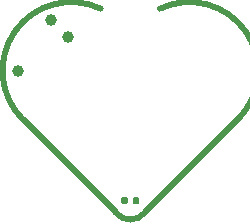
<source format=gbr>
%TF.GenerationSoftware,KiCad,Pcbnew,8.0.9-8.0.9-0~ubuntu20.04.1*%
%TF.CreationDate,2025-06-12T23:45:12+01:00*%
%TF.ProjectId,nfc-pcb-tag,6e66632d-7063-4622-9d74-61672e6b6963,rev?*%
%TF.SameCoordinates,Original*%
%TF.FileFunction,Soldermask,Top*%
%TF.FilePolarity,Negative*%
%FSLAX46Y46*%
G04 Gerber Fmt 4.6, Leading zero omitted, Abs format (unit mm)*
G04 Created by KiCad (PCBNEW 8.0.9-8.0.9-0~ubuntu20.04.1) date 2025-06-12 23:45:12*
%MOMM*%
%LPD*%
G01*
G04 APERTURE LIST*
%ADD10C,0.550000*%
%ADD11C,0.990600*%
G04 APERTURE END LIST*
D10*
X63388279Y-40111721D02*
G75*
G02*
X70000000Y-30750000I4111721J4111721D01*
G01*
X81861721Y-39861721D02*
X73750000Y-48000000D01*
X73750000Y-48000000D02*
G75*
G02*
X71250000Y-48000000I-1250000J1000000D01*
G01*
X63388279Y-40111721D02*
X71250000Y-48000000D01*
X75000000Y-30750001D02*
G75*
G02*
X81611720Y-40111720I2500000J-5249999D01*
G01*
%TO.C,D1*%
G36*
G01*
X71720000Y-47172500D02*
X71720000Y-46827500D01*
G75*
G02*
X71867500Y-46680000I147500J0D01*
G01*
X72162500Y-46680000D01*
G75*
G02*
X72310000Y-46827500I0J-147500D01*
G01*
X72310000Y-47172500D01*
G75*
G02*
X72162500Y-47320000I-147500J0D01*
G01*
X71867500Y-47320000D01*
G75*
G02*
X71720000Y-47172500I0J147500D01*
G01*
G37*
G36*
G01*
X72690000Y-47172500D02*
X72690000Y-46827500D01*
G75*
G02*
X72837500Y-46680000I147500J0D01*
G01*
X73132500Y-46680000D01*
G75*
G02*
X73280000Y-46827500I0J-147500D01*
G01*
X73280000Y-47172500D01*
G75*
G02*
X73132500Y-47320000I-147500J0D01*
G01*
X72837500Y-47320000D01*
G75*
G02*
X72690000Y-47172500I0J147500D01*
G01*
G37*
%TD*%
D11*
%TO.C,J1*%
X62953949Y-36046051D03*
X65827631Y-31735528D03*
X67264472Y-33172369D03*
%TD*%
M02*

</source>
